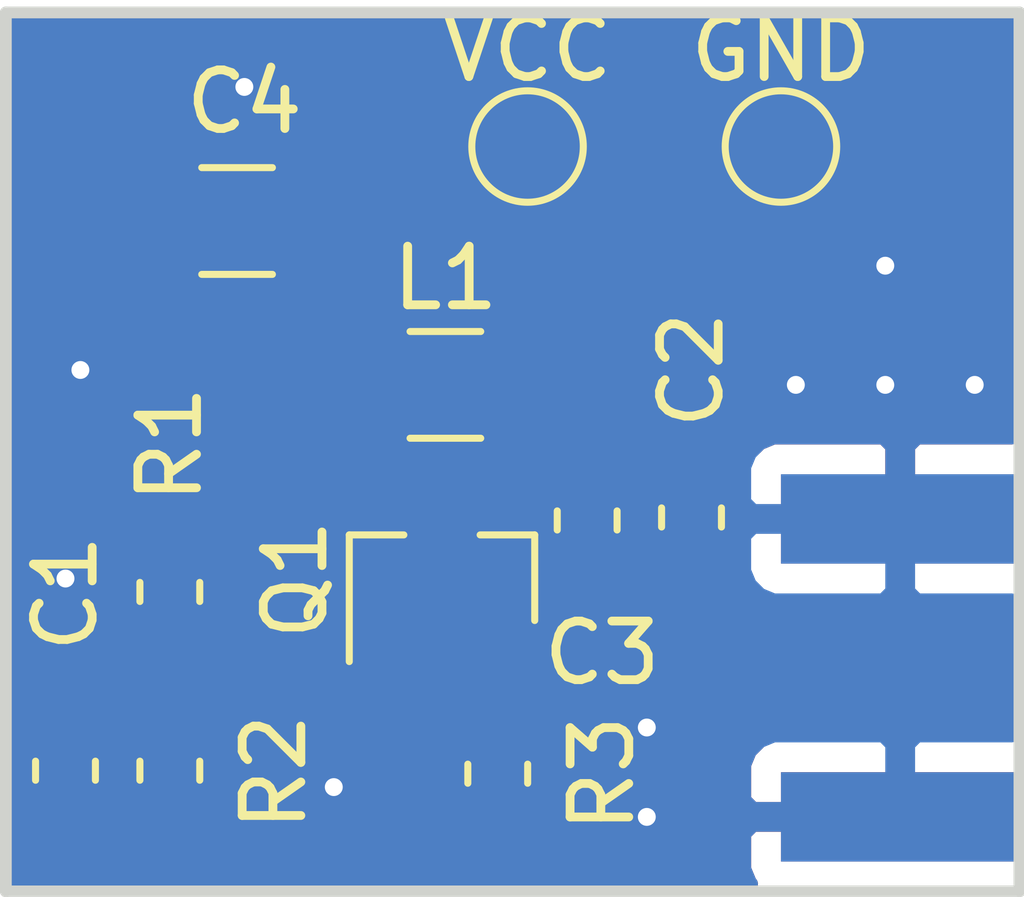
<source format=kicad_pcb>
(kicad_pcb (version 20171130) (host pcbnew "(5.0.1)-4")

  (general
    (thickness 1.6)
    (drawings 4)
    (tracks 33)
    (zones 0)
    (modules 12)
    (nets 6)
  )

  (page A4)
  (layers
    (0 F.Cu signal)
    (31 B.Cu signal)
    (32 B.Adhes user)
    (33 F.Adhes user)
    (34 B.Paste user)
    (35 F.Paste user)
    (36 B.SilkS user)
    (37 F.SilkS user)
    (38 B.Mask user)
    (39 F.Mask user)
    (40 Dwgs.User user)
    (41 Cmts.User user)
    (42 Eco1.User user)
    (43 Eco2.User user)
    (44 Edge.Cuts user)
    (45 Margin user)
    (46 B.CrtYd user)
    (47 F.CrtYd user)
    (48 B.Fab user)
    (49 F.Fab user)
  )

  (setup
    (last_trace_width 0.508)
    (user_trace_width 0.254)
    (user_trace_width 0.508)
    (user_trace_width 0.762)
    (trace_clearance 0.2032)
    (zone_clearance 0.508)
    (zone_45_only no)
    (trace_min 0.2032)
    (segment_width 0.2)
    (edge_width 0.15)
    (via_size 0.6096)
    (via_drill 0.3048)
    (via_min_size 0.6096)
    (via_min_drill 0.3048)
    (uvia_size 0.3)
    (uvia_drill 0.1)
    (uvias_allowed no)
    (uvia_min_size 0.2)
    (uvia_min_drill 0.1)
    (pcb_text_width 0.3)
    (pcb_text_size 1.5 1.5)
    (mod_edge_width 0.15)
    (mod_text_size 1 1)
    (mod_text_width 0.15)
    (pad_size 1.524 1.524)
    (pad_drill 0.762)
    (pad_to_mask_clearance 0.051)
    (solder_mask_min_width 0.25)
    (aux_axis_origin 0 0)
    (visible_elements 7FFDFFFF)
    (pcbplotparams
      (layerselection 0x010fc_ffffffff)
      (usegerberextensions false)
      (usegerberattributes false)
      (usegerberadvancedattributes false)
      (creategerberjobfile false)
      (excludeedgelayer true)
      (linewidth 0.100000)
      (plotframeref false)
      (viasonmask false)
      (mode 1)
      (useauxorigin false)
      (hpglpennumber 1)
      (hpglpenspeed 20)
      (hpglpendiameter 15.000000)
      (psnegative false)
      (psa4output false)
      (plotreference true)
      (plotvalue true)
      (plotinvisibletext false)
      (padsonsilk false)
      (subtractmaskfromsilk false)
      (outputformat 1)
      (mirror false)
      (drillshape 1)
      (scaleselection 1)
      (outputdirectory ""))
  )

  (net 0 "")
  (net 1 "Net-(C1-Pad1)")
  (net 2 GND)
  (net 3 "Net-(C2-Pad2)")
  (net 4 VCC)
  (net 5 "Net-(C3-Pad2)")

  (net_class Default "This is the default net class."
    (clearance 0.2032)
    (trace_width 0.2032)
    (via_dia 0.6096)
    (via_drill 0.3048)
    (uvia_dia 0.3)
    (uvia_drill 0.1)
    (diff_pair_gap 0.2032)
    (diff_pair_width 0.2032)
    (add_net GND)
    (add_net "Net-(C1-Pad1)")
    (add_net "Net-(C2-Pad2)")
    (add_net "Net-(C3-Pad2)")
    (add_net VCC)
  )

  (net_class 50Ohm ""
    (clearance 0.37)
    (trace_width 1.8)
    (via_dia 0.6096)
    (via_drill 0.3048)
    (uvia_dia 0.3)
    (uvia_drill 0.1)
    (diff_pair_gap 0.2032)
    (diff_pair_width 0.2032)
  )

  (module Capacitor_SMD:C_0603_1608Metric (layer F.Cu) (tedit 5B301BBE) (tstamp 5C6897AD)
    (at 104.394 87.0965 270)
    (descr "Capacitor SMD 0603 (1608 Metric), square (rectangular) end terminal, IPC_7351 nominal, (Body size source: http://www.tortai-tech.com/upload/download/2011102023233369053.pdf), generated with kicad-footprint-generator")
    (tags capacitor)
    (path /5C4FA57D)
    (attr smd)
    (fp_text reference C1 (at -3.0225 0 270) (layer F.SilkS)
      (effects (font (size 1 1) (thickness 0.15)))
    )
    (fp_text value 1u (at 0 1.43 270) (layer F.Fab)
      (effects (font (size 1 1) (thickness 0.15)))
    )
    (fp_line (start -0.8 0.4) (end -0.8 -0.4) (layer F.Fab) (width 0.1))
    (fp_line (start -0.8 -0.4) (end 0.8 -0.4) (layer F.Fab) (width 0.1))
    (fp_line (start 0.8 -0.4) (end 0.8 0.4) (layer F.Fab) (width 0.1))
    (fp_line (start 0.8 0.4) (end -0.8 0.4) (layer F.Fab) (width 0.1))
    (fp_line (start -0.162779 -0.51) (end 0.162779 -0.51) (layer F.SilkS) (width 0.12))
    (fp_line (start -0.162779 0.51) (end 0.162779 0.51) (layer F.SilkS) (width 0.12))
    (fp_line (start -1.48 0.73) (end -1.48 -0.73) (layer F.CrtYd) (width 0.05))
    (fp_line (start -1.48 -0.73) (end 1.48 -0.73) (layer F.CrtYd) (width 0.05))
    (fp_line (start 1.48 -0.73) (end 1.48 0.73) (layer F.CrtYd) (width 0.05))
    (fp_line (start 1.48 0.73) (end -1.48 0.73) (layer F.CrtYd) (width 0.05))
    (fp_text user %R (at 0 0 270) (layer F.Fab)
      (effects (font (size 0.4 0.4) (thickness 0.06)))
    )
    (pad 1 smd roundrect (at -0.7875 0 270) (size 0.875 0.95) (layers F.Cu F.Paste F.Mask) (roundrect_rratio 0.25)
      (net 1 "Net-(C1-Pad1)"))
    (pad 2 smd roundrect (at 0.7875 0 270) (size 0.875 0.95) (layers F.Cu F.Paste F.Mask) (roundrect_rratio 0.25)
      (net 2 GND))
    (model ${KISYS3DMOD}/Capacitor_SMD.3dshapes/C_0603_1608Metric.wrl
      (at (xyz 0 0 0))
      (scale (xyz 1 1 1))
      (rotate (xyz 0 0 0))
    )
  )

  (module Capacitor_SMD:C_0603_1608Metric (layer F.Cu) (tedit 5B301BBE) (tstamp 5C6897BE)
    (at 115.062 82.7785 270)
    (descr "Capacitor SMD 0603 (1608 Metric), square (rectangular) end terminal, IPC_7351 nominal, (Body size source: http://www.tortai-tech.com/upload/download/2011102023233369053.pdf), generated with kicad-footprint-generator")
    (tags capacitor)
    (path /5C4FA400)
    (attr smd)
    (fp_text reference C2 (at -2.5145 0 270) (layer F.SilkS)
      (effects (font (size 1 1) (thickness 0.15)))
    )
    (fp_text value 820p (at 0 1.43 270) (layer F.Fab)
      (effects (font (size 1 1) (thickness 0.15)))
    )
    (fp_text user %R (at 0 0 270) (layer F.Fab)
      (effects (font (size 0.4 0.4) (thickness 0.06)))
    )
    (fp_line (start 1.48 0.73) (end -1.48 0.73) (layer F.CrtYd) (width 0.05))
    (fp_line (start 1.48 -0.73) (end 1.48 0.73) (layer F.CrtYd) (width 0.05))
    (fp_line (start -1.48 -0.73) (end 1.48 -0.73) (layer F.CrtYd) (width 0.05))
    (fp_line (start -1.48 0.73) (end -1.48 -0.73) (layer F.CrtYd) (width 0.05))
    (fp_line (start -0.162779 0.51) (end 0.162779 0.51) (layer F.SilkS) (width 0.12))
    (fp_line (start -0.162779 -0.51) (end 0.162779 -0.51) (layer F.SilkS) (width 0.12))
    (fp_line (start 0.8 0.4) (end -0.8 0.4) (layer F.Fab) (width 0.1))
    (fp_line (start 0.8 -0.4) (end 0.8 0.4) (layer F.Fab) (width 0.1))
    (fp_line (start -0.8 -0.4) (end 0.8 -0.4) (layer F.Fab) (width 0.1))
    (fp_line (start -0.8 0.4) (end -0.8 -0.4) (layer F.Fab) (width 0.1))
    (pad 2 smd roundrect (at 0.7875 0 270) (size 0.875 0.95) (layers F.Cu F.Paste F.Mask) (roundrect_rratio 0.25)
      (net 3 "Net-(C2-Pad2)"))
    (pad 1 smd roundrect (at -0.7875 0 270) (size 0.875 0.95) (layers F.Cu F.Paste F.Mask) (roundrect_rratio 0.25)
      (net 4 VCC))
    (model ${KISYS3DMOD}/Capacitor_SMD.3dshapes/C_0603_1608Metric.wrl
      (at (xyz 0 0 0))
      (scale (xyz 1 1 1))
      (rotate (xyz 0 0 0))
    )
  )

  (module Capacitor_SMD:C_0603_1608Metric (layer F.Cu) (tedit 5B301BBE) (tstamp 5C6897CF)
    (at 113.284 82.8295 90)
    (descr "Capacitor SMD 0603 (1608 Metric), square (rectangular) end terminal, IPC_7351 nominal, (Body size source: http://www.tortai-tech.com/upload/download/2011102023233369053.pdf), generated with kicad-footprint-generator")
    (tags capacitor)
    (path /5C4F9F5D)
    (attr smd)
    (fp_text reference C3 (at -2.2605 0.254 180) (layer F.SilkS)
      (effects (font (size 1 1) (thickness 0.15)))
    )
    (fp_text value 100p (at 0 1.43 90) (layer F.Fab)
      (effects (font (size 1 1) (thickness 0.15)))
    )
    (fp_line (start -0.8 0.4) (end -0.8 -0.4) (layer F.Fab) (width 0.1))
    (fp_line (start -0.8 -0.4) (end 0.8 -0.4) (layer F.Fab) (width 0.1))
    (fp_line (start 0.8 -0.4) (end 0.8 0.4) (layer F.Fab) (width 0.1))
    (fp_line (start 0.8 0.4) (end -0.8 0.4) (layer F.Fab) (width 0.1))
    (fp_line (start -0.162779 -0.51) (end 0.162779 -0.51) (layer F.SilkS) (width 0.12))
    (fp_line (start -0.162779 0.51) (end 0.162779 0.51) (layer F.SilkS) (width 0.12))
    (fp_line (start -1.48 0.73) (end -1.48 -0.73) (layer F.CrtYd) (width 0.05))
    (fp_line (start -1.48 -0.73) (end 1.48 -0.73) (layer F.CrtYd) (width 0.05))
    (fp_line (start 1.48 -0.73) (end 1.48 0.73) (layer F.CrtYd) (width 0.05))
    (fp_line (start 1.48 0.73) (end -1.48 0.73) (layer F.CrtYd) (width 0.05))
    (fp_text user %R (at 0 0 90) (layer F.Fab)
      (effects (font (size 0.4 0.4) (thickness 0.06)))
    )
    (pad 1 smd roundrect (at -0.7875 0 90) (size 0.875 0.95) (layers F.Cu F.Paste F.Mask) (roundrect_rratio 0.25)
      (net 3 "Net-(C2-Pad2)"))
    (pad 2 smd roundrect (at 0.7875 0 90) (size 0.875 0.95) (layers F.Cu F.Paste F.Mask) (roundrect_rratio 0.25)
      (net 5 "Net-(C3-Pad2)"))
    (model ${KISYS3DMOD}/Capacitor_SMD.3dshapes/C_0603_1608Metric.wrl
      (at (xyz 0 0 0))
      (scale (xyz 1 1 1))
      (rotate (xyz 0 0 0))
    )
  )

  (module Capacitor_SMD:C_1206_3216Metric (layer F.Cu) (tedit 5B301BBE) (tstamp 5C6897E0)
    (at 107.318 77.724 180)
    (descr "Capacitor SMD 1206 (3216 Metric), square (rectangular) end terminal, IPC_7351 nominal, (Body size source: http://www.tortai-tech.com/upload/download/2011102023233369053.pdf), generated with kicad-footprint-generator")
    (tags capacitor)
    (path /5C4FB30D)
    (attr smd)
    (fp_text reference C4 (at -0.124 2.032 180) (layer F.SilkS)
      (effects (font (size 1 1) (thickness 0.15)))
    )
    (fp_text value 10u (at 0 1.82 180) (layer F.Fab)
      (effects (font (size 1 1) (thickness 0.15)))
    )
    (fp_line (start -1.6 0.8) (end -1.6 -0.8) (layer F.Fab) (width 0.1))
    (fp_line (start -1.6 -0.8) (end 1.6 -0.8) (layer F.Fab) (width 0.1))
    (fp_line (start 1.6 -0.8) (end 1.6 0.8) (layer F.Fab) (width 0.1))
    (fp_line (start 1.6 0.8) (end -1.6 0.8) (layer F.Fab) (width 0.1))
    (fp_line (start -0.602064 -0.91) (end 0.602064 -0.91) (layer F.SilkS) (width 0.12))
    (fp_line (start -0.602064 0.91) (end 0.602064 0.91) (layer F.SilkS) (width 0.12))
    (fp_line (start -2.28 1.12) (end -2.28 -1.12) (layer F.CrtYd) (width 0.05))
    (fp_line (start -2.28 -1.12) (end 2.28 -1.12) (layer F.CrtYd) (width 0.05))
    (fp_line (start 2.28 -1.12) (end 2.28 1.12) (layer F.CrtYd) (width 0.05))
    (fp_line (start 2.28 1.12) (end -2.28 1.12) (layer F.CrtYd) (width 0.05))
    (fp_text user %R (at 0 0 180) (layer F.Fab)
      (effects (font (size 0.8 0.8) (thickness 0.12)))
    )
    (pad 1 smd roundrect (at -1.4 0 180) (size 1.25 1.75) (layers F.Cu F.Paste F.Mask) (roundrect_rratio 0.2)
      (net 4 VCC))
    (pad 2 smd roundrect (at 1.4 0 180) (size 1.25 1.75) (layers F.Cu F.Paste F.Mask) (roundrect_rratio 0.2)
      (net 2 GND))
    (model ${KISYS3DMOD}/Capacitor_SMD.3dshapes/C_1206_3216Metric.wrl
      (at (xyz 0 0 0))
      (scale (xyz 1 1 1))
      (rotate (xyz 0 0 0))
    )
  )

  (module RFLego_Footprint:SMA_Edge (layer F.Cu) (tedit 5C4F5C34) (tstamp 5C6897E9)
    (at 116.586 85.344)
    (path /5C4F9E39)
    (fp_text reference J1 (at 2.1336 4.6482) (layer F.SilkS) hide
      (effects (font (size 1 1) (thickness 0.15)))
    )
    (fp_text value SMA (at 1.27 6.35) (layer F.Fab) hide
      (effects (font (size 1 1) (thickness 0.15)))
    )
    (pad 1 smd rect (at 2.032 0) (size 4.064 1.524) (layers F.Cu F.Mask)
      (net 3 "Net-(C2-Pad2)"))
    (pad 2 smd rect (at 2.032 -2.54) (size 4.064 1.524) (layers F.Cu F.Mask)
      (net 2 GND))
    (pad 2 smd rect (at 2.032 2.54) (size 4.064 1.524) (layers B.Cu B.Mask)
      (net 2 GND))
    (pad 2 smd rect (at 2.032 -2.54) (size 4.064 1.524) (layers B.Cu B.Mask)
      (net 2 GND))
    (pad 2 smd rect (at 2.032 2.54) (size 4.064 1.524) (layers F.Cu F.Mask)
      (net 2 GND))
  )

  (module Inductor_SMD:L_1206_3216Metric (layer F.Cu) (tedit 5B301BBE) (tstamp 5C6897FA)
    (at 110.868 80.518)
    (descr "Inductor SMD 1206 (3216 Metric), square (rectangular) end terminal, IPC_7351 nominal, (Body size source: http://www.tortai-tech.com/upload/download/2011102023233369053.pdf), generated with kicad-footprint-generator")
    (tags inductor)
    (path /5C4F9F94)
    (attr smd)
    (fp_text reference L1 (at 0 -1.82) (layer F.SilkS)
      (effects (font (size 1 1) (thickness 0.15)))
    )
    (fp_text value L (at 0 1.82) (layer F.Fab)
      (effects (font (size 1 1) (thickness 0.15)))
    )
    (fp_line (start -1.6 0.8) (end -1.6 -0.8) (layer F.Fab) (width 0.1))
    (fp_line (start -1.6 -0.8) (end 1.6 -0.8) (layer F.Fab) (width 0.1))
    (fp_line (start 1.6 -0.8) (end 1.6 0.8) (layer F.Fab) (width 0.1))
    (fp_line (start 1.6 0.8) (end -1.6 0.8) (layer F.Fab) (width 0.1))
    (fp_line (start -0.602064 -0.91) (end 0.602064 -0.91) (layer F.SilkS) (width 0.12))
    (fp_line (start -0.602064 0.91) (end 0.602064 0.91) (layer F.SilkS) (width 0.12))
    (fp_line (start -2.28 1.12) (end -2.28 -1.12) (layer F.CrtYd) (width 0.05))
    (fp_line (start -2.28 -1.12) (end 2.28 -1.12) (layer F.CrtYd) (width 0.05))
    (fp_line (start 2.28 -1.12) (end 2.28 1.12) (layer F.CrtYd) (width 0.05))
    (fp_line (start 2.28 1.12) (end -2.28 1.12) (layer F.CrtYd) (width 0.05))
    (fp_text user %R (at 0 0) (layer F.Fab)
      (effects (font (size 0.8 0.8) (thickness 0.12)))
    )
    (pad 1 smd roundrect (at -1.4 0) (size 1.25 1.75) (layers F.Cu F.Paste F.Mask) (roundrect_rratio 0.2)
      (net 4 VCC))
    (pad 2 smd roundrect (at 1.4 0) (size 1.25 1.75) (layers F.Cu F.Paste F.Mask) (roundrect_rratio 0.2)
      (net 5 "Net-(C3-Pad2)"))
    (model ${KISYS3DMOD}/Inductor_SMD.3dshapes/L_1206_3216Metric.wrl
      (at (xyz 0 0 0))
      (scale (xyz 1 1 1))
      (rotate (xyz 0 0 0))
    )
  )

  (module Package_TO_SOT_SMD:SOT-23 (layer F.Cu) (tedit 5A02FF57) (tstamp 5C68980F)
    (at 110.81 83.836 90)
    (descr "SOT-23, Standard")
    (tags SOT-23)
    (path /5C4F9EC5)
    (attr smd)
    (fp_text reference Q1 (at 0 -2.5 90) (layer F.SilkS)
      (effects (font (size 1 1) (thickness 0.15)))
    )
    (fp_text value BC817 (at 0 2.5 90) (layer F.Fab)
      (effects (font (size 1 1) (thickness 0.15)))
    )
    (fp_text user %R (at 0 0 180) (layer F.Fab)
      (effects (font (size 0.5 0.5) (thickness 0.075)))
    )
    (fp_line (start -0.7 -0.95) (end -0.7 1.5) (layer F.Fab) (width 0.1))
    (fp_line (start -0.15 -1.52) (end 0.7 -1.52) (layer F.Fab) (width 0.1))
    (fp_line (start -0.7 -0.95) (end -0.15 -1.52) (layer F.Fab) (width 0.1))
    (fp_line (start 0.7 -1.52) (end 0.7 1.52) (layer F.Fab) (width 0.1))
    (fp_line (start -0.7 1.52) (end 0.7 1.52) (layer F.Fab) (width 0.1))
    (fp_line (start 0.76 1.58) (end 0.76 0.65) (layer F.SilkS) (width 0.12))
    (fp_line (start 0.76 -1.58) (end 0.76 -0.65) (layer F.SilkS) (width 0.12))
    (fp_line (start -1.7 -1.75) (end 1.7 -1.75) (layer F.CrtYd) (width 0.05))
    (fp_line (start 1.7 -1.75) (end 1.7 1.75) (layer F.CrtYd) (width 0.05))
    (fp_line (start 1.7 1.75) (end -1.7 1.75) (layer F.CrtYd) (width 0.05))
    (fp_line (start -1.7 1.75) (end -1.7 -1.75) (layer F.CrtYd) (width 0.05))
    (fp_line (start 0.76 -1.58) (end -1.4 -1.58) (layer F.SilkS) (width 0.12))
    (fp_line (start 0.76 1.58) (end -0.7 1.58) (layer F.SilkS) (width 0.12))
    (pad 1 smd rect (at -1 -0.95 90) (size 0.9 0.8) (layers F.Cu F.Paste F.Mask)
      (net 1 "Net-(C1-Pad1)"))
    (pad 2 smd rect (at -1 0.95 90) (size 0.9 0.8) (layers F.Cu F.Paste F.Mask)
      (net 3 "Net-(C2-Pad2)"))
    (pad 3 smd rect (at 1 0 90) (size 0.9 0.8) (layers F.Cu F.Paste F.Mask)
      (net 5 "Net-(C3-Pad2)"))
    (model ${KISYS3DMOD}/Package_TO_SOT_SMD.3dshapes/SOT-23.wrl
      (at (xyz 0 0 0))
      (scale (xyz 1 1 1))
      (rotate (xyz 0 0 0))
    )
  )

  (module Resistor_SMD:R_0603_1608Metric (layer F.Cu) (tedit 5B301BBD) (tstamp 5C689820)
    (at 106.172 84.0485 270)
    (descr "Resistor SMD 0603 (1608 Metric), square (rectangular) end terminal, IPC_7351 nominal, (Body size source: http://www.tortai-tech.com/upload/download/2011102023233369053.pdf), generated with kicad-footprint-generator")
    (tags resistor)
    (path /5C4F9F28)
    (attr smd)
    (fp_text reference R1 (at -2.5145 0 270) (layer F.SilkS)
      (effects (font (size 1 1) (thickness 0.15)))
    )
    (fp_text value 15k (at 0 1.43 270) (layer F.Fab)
      (effects (font (size 1 1) (thickness 0.15)))
    )
    (fp_line (start -0.8 0.4) (end -0.8 -0.4) (layer F.Fab) (width 0.1))
    (fp_line (start -0.8 -0.4) (end 0.8 -0.4) (layer F.Fab) (width 0.1))
    (fp_line (start 0.8 -0.4) (end 0.8 0.4) (layer F.Fab) (width 0.1))
    (fp_line (start 0.8 0.4) (end -0.8 0.4) (layer F.Fab) (width 0.1))
    (fp_line (start -0.162779 -0.51) (end 0.162779 -0.51) (layer F.SilkS) (width 0.12))
    (fp_line (start -0.162779 0.51) (end 0.162779 0.51) (layer F.SilkS) (width 0.12))
    (fp_line (start -1.48 0.73) (end -1.48 -0.73) (layer F.CrtYd) (width 0.05))
    (fp_line (start -1.48 -0.73) (end 1.48 -0.73) (layer F.CrtYd) (width 0.05))
    (fp_line (start 1.48 -0.73) (end 1.48 0.73) (layer F.CrtYd) (width 0.05))
    (fp_line (start 1.48 0.73) (end -1.48 0.73) (layer F.CrtYd) (width 0.05))
    (fp_text user %R (at 0 0 270) (layer F.Fab)
      (effects (font (size 0.4 0.4) (thickness 0.06)))
    )
    (pad 1 smd roundrect (at -0.7875 0 270) (size 0.875 0.95) (layers F.Cu F.Paste F.Mask) (roundrect_rratio 0.25)
      (net 4 VCC))
    (pad 2 smd roundrect (at 0.7875 0 270) (size 0.875 0.95) (layers F.Cu F.Paste F.Mask) (roundrect_rratio 0.25)
      (net 1 "Net-(C1-Pad1)"))
    (model ${KISYS3DMOD}/Resistor_SMD.3dshapes/R_0603_1608Metric.wrl
      (at (xyz 0 0 0))
      (scale (xyz 1 1 1))
      (rotate (xyz 0 0 0))
    )
  )

  (module Resistor_SMD:R_0603_1608Metric (layer F.Cu) (tedit 5B301BBD) (tstamp 5C689831)
    (at 106.172 87.0965 270)
    (descr "Resistor SMD 0603 (1608 Metric), square (rectangular) end terminal, IPC_7351 nominal, (Body size source: http://www.tortai-tech.com/upload/download/2011102023233369053.pdf), generated with kicad-footprint-generator")
    (tags resistor)
    (path /5C4FA233)
    (attr smd)
    (fp_text reference R2 (at 0.0255 -1.778 270) (layer F.SilkS)
      (effects (font (size 1 1) (thickness 0.15)))
    )
    (fp_text value 22k (at 0 1.43 270) (layer F.Fab)
      (effects (font (size 1 1) (thickness 0.15)))
    )
    (fp_line (start -0.8 0.4) (end -0.8 -0.4) (layer F.Fab) (width 0.1))
    (fp_line (start -0.8 -0.4) (end 0.8 -0.4) (layer F.Fab) (width 0.1))
    (fp_line (start 0.8 -0.4) (end 0.8 0.4) (layer F.Fab) (width 0.1))
    (fp_line (start 0.8 0.4) (end -0.8 0.4) (layer F.Fab) (width 0.1))
    (fp_line (start -0.162779 -0.51) (end 0.162779 -0.51) (layer F.SilkS) (width 0.12))
    (fp_line (start -0.162779 0.51) (end 0.162779 0.51) (layer F.SilkS) (width 0.12))
    (fp_line (start -1.48 0.73) (end -1.48 -0.73) (layer F.CrtYd) (width 0.05))
    (fp_line (start -1.48 -0.73) (end 1.48 -0.73) (layer F.CrtYd) (width 0.05))
    (fp_line (start 1.48 -0.73) (end 1.48 0.73) (layer F.CrtYd) (width 0.05))
    (fp_line (start 1.48 0.73) (end -1.48 0.73) (layer F.CrtYd) (width 0.05))
    (fp_text user %R (at 0 0 270) (layer F.Fab)
      (effects (font (size 0.4 0.4) (thickness 0.06)))
    )
    (pad 1 smd roundrect (at -0.7875 0 270) (size 0.875 0.95) (layers F.Cu F.Paste F.Mask) (roundrect_rratio 0.25)
      (net 1 "Net-(C1-Pad1)"))
    (pad 2 smd roundrect (at 0.7875 0 270) (size 0.875 0.95) (layers F.Cu F.Paste F.Mask) (roundrect_rratio 0.25)
      (net 2 GND))
    (model ${KISYS3DMOD}/Resistor_SMD.3dshapes/R_0603_1608Metric.wrl
      (at (xyz 0 0 0))
      (scale (xyz 1 1 1))
      (rotate (xyz 0 0 0))
    )
  )

  (module Resistor_SMD:R_0603_1608Metric (layer F.Cu) (tedit 5B301BBD) (tstamp 5C689842)
    (at 111.76 87.1475 270)
    (descr "Resistor SMD 0603 (1608 Metric), square (rectangular) end terminal, IPC_7351 nominal, (Body size source: http://www.tortai-tech.com/upload/download/2011102023233369053.pdf), generated with kicad-footprint-generator")
    (tags resistor)
    (path /5C4FA1F5)
    (attr smd)
    (fp_text reference R3 (at 0 -1.778 270) (layer F.SilkS)
      (effects (font (size 1 1) (thickness 0.15)))
    )
    (fp_text value 1k (at 0 1.43 270) (layer F.Fab)
      (effects (font (size 1 1) (thickness 0.15)))
    )
    (fp_text user %R (at 0 0 270) (layer F.Fab)
      (effects (font (size 0.4 0.4) (thickness 0.06)))
    )
    (fp_line (start 1.48 0.73) (end -1.48 0.73) (layer F.CrtYd) (width 0.05))
    (fp_line (start 1.48 -0.73) (end 1.48 0.73) (layer F.CrtYd) (width 0.05))
    (fp_line (start -1.48 -0.73) (end 1.48 -0.73) (layer F.CrtYd) (width 0.05))
    (fp_line (start -1.48 0.73) (end -1.48 -0.73) (layer F.CrtYd) (width 0.05))
    (fp_line (start -0.162779 0.51) (end 0.162779 0.51) (layer F.SilkS) (width 0.12))
    (fp_line (start -0.162779 -0.51) (end 0.162779 -0.51) (layer F.SilkS) (width 0.12))
    (fp_line (start 0.8 0.4) (end -0.8 0.4) (layer F.Fab) (width 0.1))
    (fp_line (start 0.8 -0.4) (end 0.8 0.4) (layer F.Fab) (width 0.1))
    (fp_line (start -0.8 -0.4) (end 0.8 -0.4) (layer F.Fab) (width 0.1))
    (fp_line (start -0.8 0.4) (end -0.8 -0.4) (layer F.Fab) (width 0.1))
    (pad 2 smd roundrect (at 0.7875 0 270) (size 0.875 0.95) (layers F.Cu F.Paste F.Mask) (roundrect_rratio 0.25)
      (net 2 GND))
    (pad 1 smd roundrect (at -0.7875 0 270) (size 0.875 0.95) (layers F.Cu F.Paste F.Mask) (roundrect_rratio 0.25)
      (net 3 "Net-(C2-Pad2)"))
    (model ${KISYS3DMOD}/Resistor_SMD.3dshapes/R_0603_1608Metric.wrl
      (at (xyz 0 0 0))
      (scale (xyz 1 1 1))
      (rotate (xyz 0 0 0))
    )
  )

  (module TestPoint:TestPoint_Pad_D1.5mm (layer F.Cu) (tedit 5C4F5BFF) (tstamp 5C68984A)
    (at 112.268 76.454)
    (descr "SMD pad as test Point, diameter 1.5mm")
    (tags "test point SMD pad")
    (path /5C4FA070)
    (attr virtual)
    (fp_text reference VCC (at 0 -1.648) (layer F.SilkS)
      (effects (font (size 1 1) (thickness 0.15)))
    )
    (fp_text value TestPoint (at 0 1.75) (layer F.Fab)
      (effects (font (size 1 1) (thickness 0.15)))
    )
    (fp_text user %R (at 0 -1.65) (layer F.Fab)
      (effects (font (size 1 1) (thickness 0.15)))
    )
    (fp_circle (center 0 0) (end 1.25 0) (layer F.CrtYd) (width 0.05))
    (fp_circle (center 0 0) (end 0 0.95) (layer F.SilkS) (width 0.12))
    (pad 1 smd circle (at 0 0) (size 1.5 1.5) (layers F.Cu F.Mask)
      (net 4 VCC))
  )

  (module TestPoint:TestPoint_Pad_D1.5mm (layer F.Cu) (tedit 5C4F5C13) (tstamp 5C689852)
    (at 116.586 76.454)
    (descr "SMD pad as test Point, diameter 1.5mm")
    (tags "test point SMD pad")
    (path /5C4FA0F8)
    (attr virtual)
    (fp_text reference GND (at 0 -1.648) (layer F.SilkS)
      (effects (font (size 1 1) (thickness 0.15)))
    )
    (fp_text value TestPoint (at 0 1.75) (layer F.Fab)
      (effects (font (size 1 1) (thickness 0.15)))
    )
    (fp_circle (center 0 0) (end 0 0.95) (layer F.SilkS) (width 0.12))
    (fp_circle (center 0 0) (end 1.25 0) (layer F.CrtYd) (width 0.05))
    (fp_text user %R (at 0 -1.65) (layer F.Fab)
      (effects (font (size 1 1) (thickness 0.15)))
    )
    (pad 1 smd circle (at 0 0) (size 1.5 1.5) (layers F.Cu F.Mask)
      (net 2 GND))
  )

  (gr_line (start 103.378 89.154) (end 103.378 74.168) (layer Edge.Cuts) (width 0.2))
  (gr_line (start 120.65 89.154) (end 103.378 89.154) (layer Edge.Cuts) (width 0.2))
  (gr_line (start 120.65 74.168) (end 120.65 89.154) (layer Edge.Cuts) (width 0.2))
  (gr_line (start 103.378 74.168) (end 120.65 74.168) (layer Edge.Cuts) (width 0.2))

  (segment (start 106.172 84.836) (end 106.172 86.309) (width 0.508) (layer F.Cu) (net 1))
  (segment (start 104.394 86.309) (end 106.172 86.309) (width 0.508) (layer F.Cu) (net 1))
  (segment (start 106.934 84.836) (end 106.172 84.836) (width 0.508) (layer F.Cu) (net 1))
  (segment (start 109.86 84.836) (end 106.172 84.836) (width 0.508) (layer F.Cu) (net 1))
  (via (at 116.84 80.518) (size 0.6096) (drill 0.3048) (layers F.Cu B.Cu) (net 2))
  (via (at 118.364 80.518) (size 0.6096) (drill 0.3048) (layers F.Cu B.Cu) (net 2))
  (via (at 119.888 80.518) (size 0.6096) (drill 0.3048) (layers F.Cu B.Cu) (net 2))
  (via (at 118.364 78.486) (size 0.6096) (drill 0.3048) (layers F.Cu B.Cu) (net 2))
  (via (at 114.3 87.884) (size 0.6096) (drill 0.3048) (layers F.Cu B.Cu) (net 2))
  (via (at 114.3 86.36) (size 0.6096) (drill 0.3048) (layers F.Cu B.Cu) (net 2))
  (via (at 108.966 87.376) (size 0.6096) (drill 0.3048) (layers F.Cu B.Cu) (net 2))
  (via (at 104.394 83.82) (size 0.6096) (drill 0.3048) (layers F.Cu B.Cu) (net 2))
  (via (at 104.648 80.264) (size 0.6096) (drill 0.3048) (layers F.Cu B.Cu) (net 2))
  (via (at 107.442 75.438) (size 0.6096) (drill 0.3048) (layers F.Cu B.Cu) (net 2))
  (segment (start 115.011 83.617) (end 115.062 83.566) (width 0.508) (layer F.Cu) (net 3))
  (segment (start 113.284 83.617) (end 115.011 83.617) (width 0.508) (layer F.Cu) (net 3))
  (segment (start 112.065 84.836) (end 113.284 83.617) (width 0.508) (layer F.Cu) (net 3))
  (segment (start 111.76 84.836) (end 112.065 84.836) (width 0.508) (layer F.Cu) (net 3))
  (segment (start 116.84 85.344) (end 115.062 83.566) (width 0.508) (layer F.Cu) (net 3))
  (segment (start 118.618 85.344) (end 116.84 85.344) (width 0.508) (layer F.Cu) (net 3))
  (segment (start 111.76 84.836) (end 111.76 86.36) (width 0.508) (layer F.Cu) (net 3))
  (segment (start 108.718 79.768) (end 109.468 80.518) (width 0.762) (layer F.Cu) (net 4))
  (segment (start 108.718 77.724) (end 108.718 79.768) (width 0.762) (layer F.Cu) (net 4))
  (segment (start 108.915 80.518) (end 106.172 83.261) (width 0.762) (layer F.Cu) (net 4))
  (segment (start 109.468 80.518) (end 108.915 80.518) (width 0.762) (layer F.Cu) (net 4))
  (segment (start 109.988 76.454) (end 108.718 77.724) (width 0.762) (layer F.Cu) (net 4))
  (segment (start 112.268 76.454) (end 109.988 76.454) (width 0.762) (layer F.Cu) (net 4))
  (segment (start 115.062 79.248) (end 115.062 81.991) (width 0.762) (layer F.Cu) (net 4))
  (segment (start 112.268 76.454) (end 115.062 79.248) (width 0.762) (layer F.Cu) (net 4))
  (segment (start 110.81 81.976) (end 112.268 80.518) (width 0.508) (layer F.Cu) (net 5))
  (segment (start 110.81 82.836) (end 110.81 81.976) (width 0.508) (layer F.Cu) (net 5))
  (segment (start 112.268 81.026) (end 113.284 82.042) (width 0.508) (layer F.Cu) (net 5))
  (segment (start 112.268 80.518) (end 112.268 81.026) (width 0.508) (layer F.Cu) (net 5))

  (zone (net 2) (net_name GND) (layer F.Cu) (tstamp 0) (hatch edge 0.508)
    (connect_pads (clearance 0.508))
    (min_thickness 0.254)
    (fill yes (arc_segments 16) (thermal_gap 0.508) (thermal_bridge_width 0.508))
    (polygon
      (pts
        (xy 120.65 89.154) (xy 120.65 74.168) (xy 103.378 74.168) (xy 103.378 89.154)
      )
    )
    (filled_polygon
      (pts
        (xy 114.474273 84.585005) (xy 114.80575 84.65094) (xy 114.889705 84.65094) (xy 115.93856 85.699796) (xy 115.93856 86.106)
        (xy 115.987843 86.353765) (xy 116.128191 86.563809) (xy 116.198912 86.611063) (xy 116.047673 86.762301) (xy 115.951 86.99569)
        (xy 115.951 87.59825) (xy 116.10975 87.757) (xy 118.491 87.757) (xy 118.491 87.737) (xy 118.745 87.737)
        (xy 118.745 87.757) (xy 118.765 87.757) (xy 118.765 88.011) (xy 118.745 88.011) (xy 118.745 88.031)
        (xy 118.491 88.031) (xy 118.491 88.011) (xy 116.10975 88.011) (xy 115.951 88.16975) (xy 115.951 88.77231)
        (xy 116.047673 89.005699) (xy 116.068974 89.027) (xy 103.505 89.027) (xy 103.505 88.805526) (xy 103.559301 88.859827)
        (xy 103.79269 88.9565) (xy 104.10825 88.9565) (xy 104.267 88.79775) (xy 104.267 88.011) (xy 104.521 88.011)
        (xy 104.521 88.79775) (xy 104.67975 88.9565) (xy 104.99531 88.9565) (xy 105.228699 88.859827) (xy 105.283 88.805526)
        (xy 105.337301 88.859827) (xy 105.57069 88.9565) (xy 105.88625 88.9565) (xy 106.045 88.79775) (xy 106.045 88.011)
        (xy 106.299 88.011) (xy 106.299 88.79775) (xy 106.45775 88.9565) (xy 106.77331 88.9565) (xy 107.006699 88.859827)
        (xy 107.185327 88.681198) (xy 107.282 88.447809) (xy 107.282 88.22075) (xy 110.65 88.22075) (xy 110.65 88.498809)
        (xy 110.746673 88.732198) (xy 110.925301 88.910827) (xy 111.15869 89.0075) (xy 111.47425 89.0075) (xy 111.633 88.84875)
        (xy 111.633 88.062) (xy 111.887 88.062) (xy 111.887 88.84875) (xy 112.04575 89.0075) (xy 112.36131 89.0075)
        (xy 112.594699 88.910827) (xy 112.773327 88.732198) (xy 112.87 88.498809) (xy 112.87 88.22075) (xy 112.71125 88.062)
        (xy 111.887 88.062) (xy 111.633 88.062) (xy 110.80875 88.062) (xy 110.65 88.22075) (xy 107.282 88.22075)
        (xy 107.282 88.16975) (xy 107.12325 88.011) (xy 106.299 88.011) (xy 106.045 88.011) (xy 104.521 88.011)
        (xy 104.267 88.011) (xy 104.247 88.011) (xy 104.247 87.757) (xy 104.267 87.757) (xy 104.267 87.737)
        (xy 104.521 87.737) (xy 104.521 87.757) (xy 106.045 87.757) (xy 106.045 87.737) (xy 106.299 87.737)
        (xy 106.299 87.757) (xy 107.12325 87.757) (xy 107.282 87.59825) (xy 107.282 87.320191) (xy 107.185327 87.086802)
        (xy 107.120057 87.021531) (xy 107.228505 86.859227) (xy 107.29444 86.52775) (xy 107.29444 86.09025) (xy 107.228505 85.758773)
        (xy 107.205939 85.725) (xy 108.989623 85.725) (xy 109.002191 85.743809) (xy 109.212235 85.884157) (xy 109.46 85.93344)
        (xy 110.26 85.93344) (xy 110.507765 85.884157) (xy 110.717809 85.743809) (xy 110.81 85.605836) (xy 110.82488 85.628107)
        (xy 110.703495 85.809773) (xy 110.63756 86.14125) (xy 110.63756 86.57875) (xy 110.703495 86.910227) (xy 110.811943 87.072531)
        (xy 110.746673 87.137802) (xy 110.65 87.371191) (xy 110.65 87.64925) (xy 110.80875 87.808) (xy 111.633 87.808)
        (xy 111.633 87.788) (xy 111.887 87.788) (xy 111.887 87.808) (xy 112.71125 87.808) (xy 112.87 87.64925)
        (xy 112.87 87.371191) (xy 112.773327 87.137802) (xy 112.708057 87.072531) (xy 112.816505 86.910227) (xy 112.88244 86.57875)
        (xy 112.88244 86.14125) (xy 112.816505 85.809773) (xy 112.69512 85.628107) (xy 112.758157 85.533765) (xy 112.791351 85.366884)
        (xy 113.456296 84.70194) (xy 113.54025 84.70194) (xy 113.871727 84.636005) (xy 114.066293 84.506) (xy 114.356034 84.506)
      )
    )
    (filled_polygon
      (pts
        (xy 120.523 81.407) (xy 118.90375 81.407) (xy 118.745 81.56575) (xy 118.745 82.677) (xy 118.765 82.677)
        (xy 118.765 82.931) (xy 118.745 82.931) (xy 118.745 82.951) (xy 118.491 82.951) (xy 118.491 82.931)
        (xy 118.471 82.931) (xy 118.471 82.677) (xy 118.491 82.677) (xy 118.491 81.56575) (xy 118.33225 81.407)
        (xy 116.459691 81.407) (xy 116.226302 81.503673) (xy 116.146825 81.583149) (xy 116.118505 81.440773) (xy 116.078 81.380153)
        (xy 116.078 79.348064) (xy 116.097904 79.248) (xy 116.061279 79.063874) (xy 116.019051 78.851577) (xy 115.794495 78.515505)
        (xy 115.709664 78.458823) (xy 114.676358 77.425517) (xy 115.794088 77.425517) (xy 115.862077 77.66646) (xy 116.381171 77.851201)
        (xy 116.931448 77.82323) (xy 117.309923 77.66646) (xy 117.377912 77.425517) (xy 116.586 76.633605) (xy 115.794088 77.425517)
        (xy 114.676358 77.425517) (xy 113.653 76.40216) (xy 113.653 76.249171) (xy 115.188799 76.249171) (xy 115.21677 76.799448)
        (xy 115.37354 77.177923) (xy 115.614483 77.245912) (xy 116.406395 76.454) (xy 116.765605 76.454) (xy 117.557517 77.245912)
        (xy 117.79846 77.177923) (xy 117.983201 76.658829) (xy 117.95523 76.108552) (xy 117.79846 75.730077) (xy 117.557517 75.662088)
        (xy 116.765605 76.454) (xy 116.406395 76.454) (xy 115.614483 75.662088) (xy 115.37354 75.730077) (xy 115.188799 76.249171)
        (xy 113.653 76.249171) (xy 113.653 76.178506) (xy 113.442147 75.66946) (xy 113.25517 75.482483) (xy 115.794088 75.482483)
        (xy 116.586 76.274395) (xy 117.377912 75.482483) (xy 117.309923 75.24154) (xy 116.790829 75.056799) (xy 116.240552 75.08477)
        (xy 115.862077 75.24154) (xy 115.794088 75.482483) (xy 113.25517 75.482483) (xy 113.05254 75.279853) (xy 112.543494 75.069)
        (xy 111.992506 75.069) (xy 111.48346 75.279853) (xy 111.325313 75.438) (xy 110.088063 75.438) (xy 109.987999 75.418096)
        (xy 109.887935 75.438) (xy 109.591577 75.496949) (xy 109.591576 75.49695) (xy 109.591575 75.49695) (xy 109.497375 75.559893)
        (xy 109.255505 75.721505) (xy 109.198822 75.806337) (xy 108.803599 76.20156) (xy 108.343 76.20156) (xy 107.999565 76.269874)
        (xy 107.708414 76.464414) (xy 107.513874 76.755565) (xy 107.44556 77.099) (xy 107.44556 78.349) (xy 107.513874 78.692435)
        (xy 107.702001 78.973988) (xy 107.702001 79.667932) (xy 107.682096 79.768) (xy 107.76095 80.164423) (xy 107.789303 80.206856)
        (xy 105.79635 82.19981) (xy 105.584273 82.241995) (xy 105.303261 82.429761) (xy 105.115495 82.710773) (xy 105.04956 83.04225)
        (xy 105.04956 83.47975) (xy 105.115495 83.811227) (xy 105.274036 84.0485) (xy 105.115495 84.285773) (xy 105.04956 84.61725)
        (xy 105.04956 85.05475) (xy 105.113923 85.378326) (xy 104.981727 85.289995) (xy 104.65025 85.22406) (xy 104.13775 85.22406)
        (xy 103.806273 85.289995) (xy 103.525261 85.477761) (xy 103.505 85.508084) (xy 103.505 78.00975) (xy 104.658 78.00975)
        (xy 104.658 78.72531) (xy 104.754673 78.958699) (xy 104.933302 79.137327) (xy 105.166691 79.234) (xy 105.63225 79.234)
        (xy 105.791 79.07525) (xy 105.791 77.851) (xy 106.045 77.851) (xy 106.045 79.07525) (xy 106.20375 79.234)
        (xy 106.669309 79.234) (xy 106.902698 79.137327) (xy 107.081327 78.958699) (xy 107.178 78.72531) (xy 107.178 78.00975)
        (xy 107.01925 77.851) (xy 106.045 77.851) (xy 105.791 77.851) (xy 104.81675 77.851) (xy 104.658 78.00975)
        (xy 103.505 78.00975) (xy 103.505 76.72269) (xy 104.658 76.72269) (xy 104.658 77.43825) (xy 104.81675 77.597)
        (xy 105.791 77.597) (xy 105.791 76.37275) (xy 106.045 76.37275) (xy 106.045 77.597) (xy 107.01925 77.597)
        (xy 107.178 77.43825) (xy 107.178 76.72269) (xy 107.081327 76.489301) (xy 106.902698 76.310673) (xy 106.669309 76.214)
        (xy 106.20375 76.214) (xy 106.045 76.37275) (xy 105.791 76.37275) (xy 105.63225 76.214) (xy 105.166691 76.214)
        (xy 104.933302 76.310673) (xy 104.754673 76.489301) (xy 104.658 76.72269) (xy 103.505 76.72269) (xy 103.505 74.295)
        (xy 120.523 74.295)
      )
    )
  )
  (zone (net 2) (net_name GND) (layer B.Cu) (tstamp 5C68A40D) (hatch edge 0.508)
    (connect_pads (clearance 0.508))
    (min_thickness 0.254)
    (fill yes (arc_segments 16) (thermal_gap 0.508) (thermal_bridge_width 0.508))
    (polygon
      (pts
        (xy 120.65 89.154) (xy 120.65 74.168) (xy 103.378 74.168) (xy 103.378 89.154)
      )
    )
    (filled_polygon
      (pts
        (xy 120.523 81.407) (xy 118.90375 81.407) (xy 118.745 81.56575) (xy 118.745 82.677) (xy 118.765 82.677)
        (xy 118.765 82.931) (xy 118.745 82.931) (xy 118.745 84.04225) (xy 118.90375 84.201) (xy 120.523 84.201)
        (xy 120.523 86.487) (xy 118.90375 86.487) (xy 118.745 86.64575) (xy 118.745 87.757) (xy 118.765 87.757)
        (xy 118.765 88.011) (xy 118.745 88.011) (xy 118.745 88.031) (xy 118.491 88.031) (xy 118.491 88.011)
        (xy 116.10975 88.011) (xy 115.951 88.16975) (xy 115.951 88.77231) (xy 116.047673 89.005699) (xy 116.068974 89.027)
        (xy 103.505 89.027) (xy 103.505 86.99569) (xy 115.951 86.99569) (xy 115.951 87.59825) (xy 116.10975 87.757)
        (xy 118.491 87.757) (xy 118.491 86.64575) (xy 118.33225 86.487) (xy 116.459691 86.487) (xy 116.226302 86.583673)
        (xy 116.047673 86.762301) (xy 115.951 86.99569) (xy 103.505 86.99569) (xy 103.505 83.08975) (xy 115.951 83.08975)
        (xy 115.951 83.69231) (xy 116.047673 83.925699) (xy 116.226302 84.104327) (xy 116.459691 84.201) (xy 118.33225 84.201)
        (xy 118.491 84.04225) (xy 118.491 82.931) (xy 116.10975 82.931) (xy 115.951 83.08975) (xy 103.505 83.08975)
        (xy 103.505 81.91569) (xy 115.951 81.91569) (xy 115.951 82.51825) (xy 116.10975 82.677) (xy 118.491 82.677)
        (xy 118.491 81.56575) (xy 118.33225 81.407) (xy 116.459691 81.407) (xy 116.226302 81.503673) (xy 116.047673 81.682301)
        (xy 115.951 81.91569) (xy 103.505 81.91569) (xy 103.505 74.295) (xy 120.523 74.295)
      )
    )
  )
)

</source>
